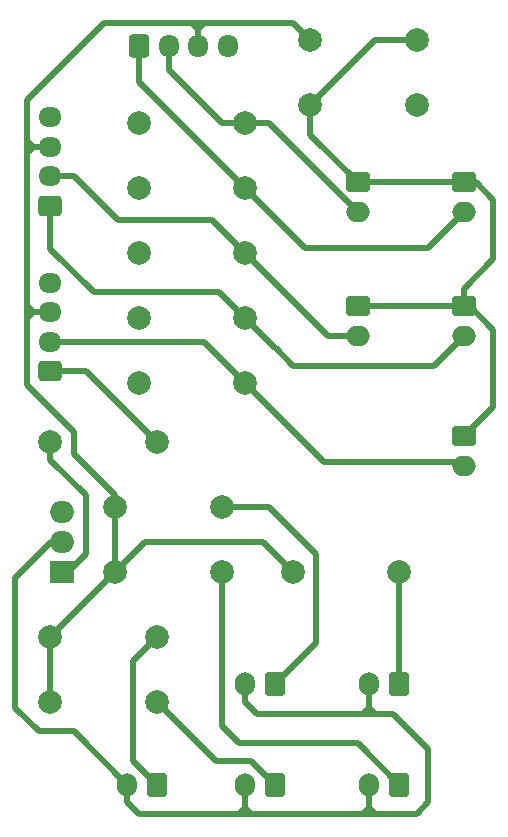
<source format=gbr>
%TF.GenerationSoftware,KiCad,Pcbnew,(6.0.7)*%
%TF.CreationDate,2022-08-05T13:32:26+01:00*%
%TF.ProjectId,ir_sensor,69725f73-656e-4736-9f72-2e6b69636164,rev?*%
%TF.SameCoordinates,Original*%
%TF.FileFunction,Copper,L1,Top*%
%TF.FilePolarity,Positive*%
%FSLAX46Y46*%
G04 Gerber Fmt 4.6, Leading zero omitted, Abs format (unit mm)*
G04 Created by KiCad (PCBNEW (6.0.7)) date 2022-08-05 13:32:26*
%MOMM*%
%LPD*%
G01*
G04 APERTURE LIST*
G04 Aperture macros list*
%AMRoundRect*
0 Rectangle with rounded corners*
0 $1 Rounding radius*
0 $2 $3 $4 $5 $6 $7 $8 $9 X,Y pos of 4 corners*
0 Add a 4 corners polygon primitive as box body*
4,1,4,$2,$3,$4,$5,$6,$7,$8,$9,$2,$3,0*
0 Add four circle primitives for the rounded corners*
1,1,$1+$1,$2,$3*
1,1,$1+$1,$4,$5*
1,1,$1+$1,$6,$7*
1,1,$1+$1,$8,$9*
0 Add four rect primitives between the rounded corners*
20,1,$1+$1,$2,$3,$4,$5,0*
20,1,$1+$1,$4,$5,$6,$7,0*
20,1,$1+$1,$6,$7,$8,$9,0*
20,1,$1+$1,$8,$9,$2,$3,0*%
G04 Aperture macros list end*
%TA.AperFunction,ComponentPad*%
%ADD10R,2.000000X1.905000*%
%TD*%
%TA.AperFunction,ComponentPad*%
%ADD11O,2.000000X1.905000*%
%TD*%
%TA.AperFunction,ComponentPad*%
%ADD12C,2.000000*%
%TD*%
%TA.AperFunction,ComponentPad*%
%ADD13RoundRect,0.250000X-0.750000X0.600000X-0.750000X-0.600000X0.750000X-0.600000X0.750000X0.600000X0*%
%TD*%
%TA.AperFunction,ComponentPad*%
%ADD14O,2.000000X1.700000*%
%TD*%
%TA.AperFunction,ComponentPad*%
%ADD15RoundRect,0.250000X0.600000X0.750000X-0.600000X0.750000X-0.600000X-0.750000X0.600000X-0.750000X0*%
%TD*%
%TA.AperFunction,ComponentPad*%
%ADD16O,1.700000X2.000000*%
%TD*%
%TA.AperFunction,ComponentPad*%
%ADD17RoundRect,0.250000X0.725000X-0.600000X0.725000X0.600000X-0.725000X0.600000X-0.725000X-0.600000X0*%
%TD*%
%TA.AperFunction,ComponentPad*%
%ADD18O,1.950000X1.700000*%
%TD*%
%TA.AperFunction,ComponentPad*%
%ADD19RoundRect,0.250000X-0.600000X-0.725000X0.600000X-0.725000X0.600000X0.725000X-0.600000X0.725000X0*%
%TD*%
%TA.AperFunction,ComponentPad*%
%ADD20O,1.700000X1.950000*%
%TD*%
%TA.AperFunction,Conductor*%
%ADD21C,0.500000*%
%TD*%
G04 APERTURE END LIST*
D10*
%TO.P,Q1,1,G*%
%TO.N,Net-(Q1-Pad1)*%
X87500000Y-74500000D03*
D11*
%TO.P,Q1,2,D*%
%TO.N,Vdrive*%
X87500000Y-71960000D03*
%TO.P,Q1,3,S*%
%TO.N,GND*%
X87500000Y-69420000D03*
%TD*%
D12*
%TO.P,R13,1*%
%TO.N,d_4*%
X103000000Y-53000000D03*
%TO.P,R13,2*%
%TO.N,GND*%
X94000000Y-53000000D03*
%TD*%
%TO.P,R12,1*%
%TO.N,d_5*%
X103000000Y-58500000D03*
%TO.P,R12,2*%
%TO.N,GND*%
X94000000Y-58500000D03*
%TD*%
%TO.P,R11,1*%
%TO.N,d_2*%
X103000000Y-42000000D03*
%TO.P,R11,2*%
%TO.N,GND*%
X94000000Y-42000000D03*
%TD*%
%TO.P,R10,1*%
%TO.N,d_3*%
X103000000Y-47500000D03*
%TO.P,R10,2*%
%TO.N,GND*%
X94000000Y-47500000D03*
%TD*%
%TO.P,R9,1*%
%TO.N,+3V3*%
X108500000Y-35000000D03*
%TO.P,R9,2*%
%TO.N,GND*%
X117500000Y-35000000D03*
%TD*%
%TO.P,R8,1*%
%TO.N,+5V*%
X108500000Y-29500000D03*
%TO.P,R8,2*%
%TO.N,+3V3*%
X117500000Y-29500000D03*
%TD*%
%TO.P,R7,2*%
%TO.N,Net-(J8-Pad1)*%
X116000000Y-74500000D03*
%TO.P,R7,1*%
%TO.N,+5V*%
X107000000Y-74500000D03*
%TD*%
%TO.P,R6,2*%
%TO.N,Net-(J7-Pad1)*%
X95500000Y-85500000D03*
%TO.P,R6,1*%
%TO.N,+5V*%
X86500000Y-85500000D03*
%TD*%
%TO.P,R5,2*%
%TO.N,Net-(J6-Pad1)*%
X101000000Y-74500000D03*
%TO.P,R5,1*%
%TO.N,+5V*%
X92000000Y-74500000D03*
%TD*%
%TO.P,R4,1*%
%TO.N,sw_led*%
X95500000Y-63500000D03*
%TO.P,R4,2*%
%TO.N,Net-(Q1-Pad1)*%
X86500000Y-63500000D03*
%TD*%
%TO.P,R3,2*%
%TO.N,Net-(J5-Pad1)*%
X95500000Y-80000000D03*
%TO.P,R3,1*%
%TO.N,+5V*%
X86500000Y-80000000D03*
%TD*%
D13*
%TO.P,J13,1,Pin_1*%
%TO.N,+3V3*%
X112500000Y-52000000D03*
D14*
%TO.P,J13,2,Pin_2*%
%TO.N,d_3*%
X112500000Y-54500000D03*
%TD*%
D13*
%TO.P,J12,1,Pin_1*%
%TO.N,+3V3*%
X121500000Y-63000000D03*
D14*
%TO.P,J12,2,Pin_2*%
%TO.N,d_5*%
X121500000Y-65500000D03*
%TD*%
D13*
%TO.P,J11,1,Pin_1*%
%TO.N,+3V3*%
X121500000Y-41500000D03*
D14*
%TO.P,J11,2,Pin_2*%
%TO.N,d_2*%
X121500000Y-44000000D03*
%TD*%
D13*
%TO.P,J10,1,Pin_1*%
%TO.N,+3V3*%
X121500000Y-52000000D03*
D14*
%TO.P,J10,2,Pin_2*%
%TO.N,d_4*%
X121500000Y-54500000D03*
%TD*%
D13*
%TO.P,J9,1,Pin_1*%
%TO.N,+3V3*%
X112500000Y-41500000D03*
D14*
%TO.P,J9,2,Pin_2*%
%TO.N,d_1*%
X112500000Y-44000000D03*
%TD*%
D15*
%TO.P,J8,1,Pin_1*%
%TO.N,Net-(J8-Pad1)*%
X116000000Y-84000000D03*
D16*
%TO.P,J8,2,Pin_2*%
%TO.N,Vdrive*%
X113500000Y-84000000D03*
%TD*%
D15*
%TO.P,J7,1,Pin_1*%
%TO.N,Net-(J7-Pad1)*%
X105500000Y-92500000D03*
D16*
%TO.P,J7,2,Pin_2*%
%TO.N,Vdrive*%
X103000000Y-92500000D03*
%TD*%
D15*
%TO.P,J6,1,Pin_1*%
%TO.N,Net-(J6-Pad1)*%
X116000000Y-92500000D03*
D16*
%TO.P,J6,2,Pin_2*%
%TO.N,Vdrive*%
X113500000Y-92500000D03*
%TD*%
D15*
%TO.P,J5,1,Pin_1*%
%TO.N,Net-(J5-Pad1)*%
X95500000Y-92500000D03*
D16*
%TO.P,J5,2,Pin_2*%
%TO.N,Vdrive*%
X93000000Y-92500000D03*
%TD*%
D15*
%TO.P,J4,1,Pin_1*%
%TO.N,Net-(J4-Pad1)*%
X105500000Y-84000000D03*
D16*
%TO.P,J4,2,Pin_2*%
%TO.N,Vdrive*%
X103000000Y-84000000D03*
%TD*%
D17*
%TO.P,J3,1,Pin_1*%
%TO.N,sw_led*%
X86500000Y-57500000D03*
D18*
%TO.P,J3,2,Pin_2*%
%TO.N,d_5*%
X86500000Y-55000000D03*
%TO.P,J3,3,Pin_3*%
%TO.N,+5V*%
X86500000Y-52500000D03*
%TO.P,J3,4,Pin_4*%
%TO.N,GND*%
X86500000Y-50000000D03*
%TD*%
D17*
%TO.P,J2,1,Pin_1*%
%TO.N,d_4*%
X86500000Y-43500000D03*
D18*
%TO.P,J2,2,Pin_2*%
%TO.N,d_3*%
X86500000Y-41000000D03*
%TO.P,J2,3,Pin_3*%
%TO.N,+5V*%
X86500000Y-38500000D03*
%TO.P,J2,4,Pin_4*%
%TO.N,GND*%
X86500000Y-36000000D03*
%TD*%
D12*
%TO.P,R2,1*%
%TO.N,d_1*%
X103000000Y-36500000D03*
%TO.P,R2,2*%
%TO.N,GND*%
X94000000Y-36500000D03*
%TD*%
%TO.P,R1,2*%
%TO.N,Net-(J4-Pad1)*%
X101000000Y-69000000D03*
%TO.P,R1,1*%
%TO.N,+5V*%
X92000000Y-69000000D03*
%TD*%
D19*
%TO.P,J1,1,Pin_1*%
%TO.N,d_2*%
X94000000Y-30000000D03*
D20*
%TO.P,J1,2,Pin_2*%
%TO.N,d_1*%
X96500000Y-30000000D03*
%TO.P,J1,3,Pin_3*%
%TO.N,+5V*%
X99000000Y-30000000D03*
%TO.P,J1,4,Pin_4*%
%TO.N,GND*%
X101500000Y-30000000D03*
%TD*%
D21*
%TO.N,+3V3*%
X121500000Y-50500000D02*
X121500000Y-52000000D01*
X124000000Y-48000000D02*
X121500000Y-50500000D01*
X122500000Y-41500000D02*
X124000000Y-43000000D01*
X121500000Y-41500000D02*
X122500000Y-41500000D01*
X124000000Y-43000000D02*
X124000000Y-48000000D01*
X122000000Y-52000000D02*
X121500000Y-52000000D01*
X124000000Y-60500000D02*
X124000000Y-54000000D01*
X124000000Y-54000000D02*
X122000000Y-52000000D01*
X121500000Y-63000000D02*
X124000000Y-60500000D01*
X108500000Y-37500000D02*
X112500000Y-41500000D01*
X108500000Y-35000000D02*
X108500000Y-37500000D01*
X112500000Y-41500000D02*
X121500000Y-41500000D01*
X117500000Y-29500000D02*
X114000000Y-29500000D01*
X114000000Y-29500000D02*
X108500000Y-35000000D01*
X121500000Y-52000000D02*
X112500000Y-52000000D01*
%TO.N,d_3*%
X100204000Y-44704000D02*
X103000000Y-47500000D01*
X92202000Y-44704000D02*
X100204000Y-44704000D01*
X88498000Y-41000000D02*
X92202000Y-44704000D01*
X86500000Y-41000000D02*
X88498000Y-41000000D01*
%TO.N,Vdrive*%
X86540000Y-71960000D02*
X87500000Y-71960000D01*
X83500000Y-86000000D02*
X83500000Y-75000000D01*
X85500000Y-88000000D02*
X83500000Y-86000000D01*
X83500000Y-75000000D02*
X86540000Y-71960000D01*
X88500000Y-88000000D02*
X85500000Y-88000000D01*
X93000000Y-92500000D02*
X88500000Y-88000000D01*
%TO.N,Net-(Q1-Pad1)*%
X88000000Y-74500000D02*
X87500000Y-74500000D01*
X89500000Y-73000000D02*
X88000000Y-74500000D01*
X89500000Y-68000000D02*
X89500000Y-73000000D01*
X86500000Y-63500000D02*
X86500000Y-65000000D01*
X86500000Y-65000000D02*
X89500000Y-68000000D01*
%TO.N,Vdrive*%
X113500000Y-94500000D02*
X114000000Y-95000000D01*
X114000000Y-95000000D02*
X113000000Y-95000000D01*
X117500000Y-95000000D02*
X114000000Y-95000000D01*
X113000000Y-95000000D02*
X113500000Y-94500000D01*
X113500000Y-95000000D02*
X113500000Y-94500000D01*
X113000000Y-95000000D02*
X103500000Y-95000000D01*
X113500000Y-94500000D02*
X113500000Y-92500000D01*
X118500000Y-94000000D02*
X117500000Y-95000000D01*
X118500000Y-89500000D02*
X118500000Y-94000000D01*
X115500000Y-86500000D02*
X118500000Y-89500000D01*
X114000000Y-86500000D02*
X115500000Y-86500000D01*
X113500000Y-86000000D02*
X114000000Y-86500000D01*
X113000000Y-86500000D02*
X114000000Y-86500000D01*
X113500000Y-86500000D02*
X113500000Y-86000000D01*
X113000000Y-86500000D02*
X113500000Y-86000000D01*
X111000000Y-86500000D02*
X113000000Y-86500000D01*
X113500000Y-86000000D02*
X113500000Y-84000000D01*
X104000000Y-86500000D02*
X111000000Y-86500000D01*
X103000000Y-85500000D02*
X104000000Y-86500000D01*
X103000000Y-84000000D02*
X103000000Y-85500000D01*
X103000000Y-94500000D02*
X103500000Y-95000000D01*
X103000000Y-95000000D02*
X103500000Y-95000000D01*
X103000000Y-94500000D02*
X103000000Y-95000000D01*
X103000000Y-92500000D02*
X103000000Y-94500000D01*
X102500000Y-95000000D02*
X103000000Y-95000000D01*
X94000000Y-95000000D02*
X102500000Y-95000000D01*
X102500000Y-95000000D02*
X103000000Y-94500000D01*
X93000000Y-94000000D02*
X94000000Y-95000000D01*
X93000000Y-92500000D02*
X93000000Y-94000000D01*
%TO.N,Net-(J5-Pad1)*%
X93500000Y-90500000D02*
X95500000Y-92500000D01*
X93500000Y-82000000D02*
X93500000Y-90500000D01*
X95500000Y-80000000D02*
X93500000Y-82000000D01*
%TO.N,Net-(J7-Pad1)*%
X103500000Y-90500000D02*
X105500000Y-92500000D01*
X100500000Y-90500000D02*
X103500000Y-90500000D01*
X95500000Y-85500000D02*
X100500000Y-90500000D01*
%TO.N,Net-(J6-Pad1)*%
X112500000Y-89000000D02*
X116000000Y-92500000D01*
X101000000Y-87500000D02*
X102500000Y-89000000D01*
X101000000Y-74500000D02*
X101000000Y-87500000D01*
X102500000Y-89000000D02*
X112500000Y-89000000D01*
%TO.N,Net-(J4-Pad1)*%
X109000000Y-80500000D02*
X105500000Y-84000000D01*
X105000000Y-69000000D02*
X109000000Y-73000000D01*
X109000000Y-73000000D02*
X109000000Y-80500000D01*
X101000000Y-69000000D02*
X105000000Y-69000000D01*
%TO.N,+5V*%
X88500000Y-64500000D02*
X92000000Y-68000000D01*
X88500000Y-62676999D02*
X88500000Y-64500000D01*
X84500000Y-58676999D02*
X88500000Y-62676999D01*
X92000000Y-68000000D02*
X92000000Y-69000000D01*
X84500000Y-53000000D02*
X84500000Y-58676999D01*
X94500000Y-72000000D02*
X104500000Y-72000000D01*
X92000000Y-74500000D02*
X94500000Y-72000000D01*
X92000000Y-69000000D02*
X92000000Y-74500000D01*
X104500000Y-72000000D02*
X107000000Y-74500000D01*
%TO.N,Net-(J8-Pad1)*%
X116000000Y-74500000D02*
X116000000Y-84000000D01*
%TO.N,+5V*%
X85000000Y-38500000D02*
X84500000Y-38000000D01*
X86500000Y-38500000D02*
X85000000Y-38500000D01*
X84500000Y-38000000D02*
X84500000Y-38750000D01*
X84500000Y-39000000D02*
X84500000Y-38750000D01*
X85000000Y-38500000D02*
X84500000Y-39000000D01*
X99000000Y-28500000D02*
X99000000Y-30000000D01*
X98500000Y-28000000D02*
X99000000Y-28500000D01*
X91000000Y-28000000D02*
X98500000Y-28000000D01*
X84500000Y-34500000D02*
X91000000Y-28000000D01*
X84500000Y-38000000D02*
X84500000Y-34500000D01*
X99000000Y-28500000D02*
X99500000Y-28000000D01*
X98500000Y-28000000D02*
X99500000Y-28000000D01*
X85000000Y-52500000D02*
X84500000Y-53000000D01*
X86500000Y-52500000D02*
X85000000Y-52500000D01*
X84500000Y-52000000D02*
X85000000Y-52500000D01*
X84500000Y-38750000D02*
X84500000Y-52000000D01*
X84500000Y-52000000D02*
X84500000Y-53000000D01*
%TO.N,Vdrive*%
X86960000Y-71960000D02*
X87500000Y-71960000D01*
%TO.N,+5V*%
X99500000Y-28000000D02*
X107000000Y-28000000D01*
X107000000Y-28000000D02*
X108500000Y-29500000D01*
%TO.N,d_2*%
X94000000Y-33000000D02*
X103000000Y-42000000D01*
X94000000Y-30000000D02*
X94000000Y-33000000D01*
X103000000Y-42000000D02*
X108077000Y-47077000D01*
X118423000Y-47077000D02*
X121500000Y-44000000D01*
X108077000Y-47077000D02*
X118423000Y-47077000D01*
%TO.N,d_1*%
X96500000Y-30000000D02*
X96500000Y-31984000D01*
X101016000Y-36500000D02*
X103000000Y-36500000D01*
X96500000Y-31984000D02*
X101016000Y-36500000D01*
X105000000Y-36500000D02*
X112500000Y-44000000D01*
X103000000Y-36500000D02*
X105000000Y-36500000D01*
%TO.N,d_4*%
X100800000Y-50800000D02*
X103000000Y-53000000D01*
X90170000Y-50800000D02*
X100800000Y-50800000D01*
X86500000Y-47130000D02*
X90170000Y-50800000D01*
X86500000Y-43500000D02*
X86500000Y-47130000D01*
X118977000Y-57023000D02*
X121500000Y-54500000D01*
X107061000Y-57023000D02*
X118977000Y-57023000D01*
X105575000Y-55537000D02*
X107061000Y-57023000D01*
X105537000Y-55537000D02*
X105575000Y-55537000D01*
X103000000Y-53000000D02*
X105537000Y-55537000D01*
%TO.N,d_3*%
X103000000Y-47500000D02*
X106426000Y-50926000D01*
X106426000Y-50926000D02*
X106426000Y-50927000D01*
X109999000Y-54500000D02*
X112500000Y-54500000D01*
X106426000Y-50927000D02*
X109999000Y-54500000D01*
%TO.N,sw_led*%
X89500000Y-57500000D02*
X95500000Y-63500000D01*
X86500000Y-57500000D02*
X89500000Y-57500000D01*
%TO.N,d_5*%
X99500000Y-55000000D02*
X103000000Y-58500000D01*
X86500000Y-55000000D02*
X99500000Y-55000000D01*
X103000000Y-58500000D02*
X109651000Y-65151000D01*
X121151000Y-65151000D02*
X121500000Y-65500000D01*
X109651000Y-65151000D02*
X121151000Y-65151000D01*
%TO.N,+5V*%
X92000000Y-74500000D02*
X86500000Y-80000000D01*
X86500000Y-80000000D02*
X86500000Y-85500000D01*
%TD*%
M02*

</source>
